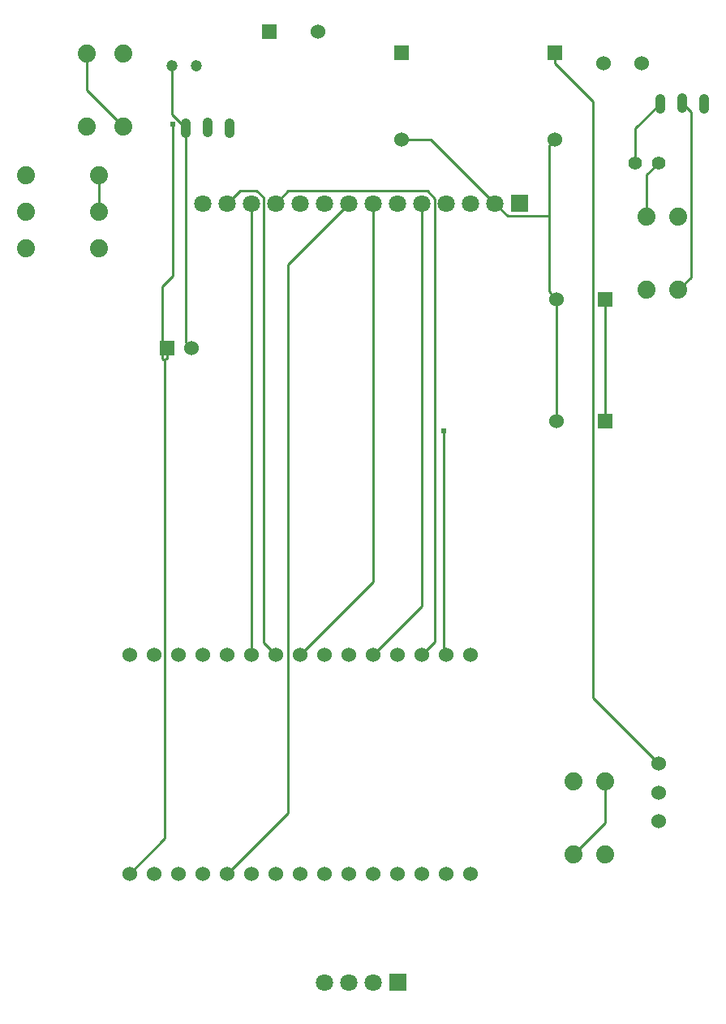
<source format=gtl>
G04 Layer: TopLayer*
G04 EasyEDA v6.2.34, 2019-08-10T09:13:35--4:00*
G04 cec1feb412d9436ebb02216d70db0232,603e5982b1a64880906022400fb7a34d,10*
G04 Gerber Generator version 0.2*
G04 Scale: 100 percent, Rotated: No, Reflected: No *
G04 Dimensions in millimeters *
G04 leading zeros omitted , absolute positions ,3 integer and 3 decimal *
%FSLAX33Y33*%
%MOMM*%
G90*
G71D02*

%ADD11C,0.259994*%
%ADD12C,0.610006*%
%ADD13R,1.524000X1.524000*%
%ADD14C,1.524000*%
%ADD15C,1.799996*%
%ADD17C,1.879600*%
%ADD18C,1.193800*%
%ADD19C,1.400048*%
%ADD20C,0.999998*%

%LPD*%
G54D11*
G01X17272Y82915D02*
G01X17272Y81841D01*
G01X17018Y81722D02*
G01X16840Y81722D01*
G01X16764Y81798D01*
G01X16764Y89357D01*
G01X17861Y90457D01*
G01X17861Y106311D01*
G01X17272Y81841D02*
G01X17137Y81841D01*
G01X17018Y81722D01*
G01X17018Y81722D02*
G01X17018Y31734D01*
G01X13332Y28049D01*
G01X62992Y87995D02*
G01X62992Y75295D01*
G01X46108Y74249D02*
G01X46108Y51153D01*
G01X46352Y50909D01*
G01X41706Y104699D02*
G01X44762Y104699D01*
G01X51460Y98001D01*
G01X57116Y96667D02*
G01X57116Y104109D01*
G01X57706Y104699D01*
G01X57912Y87995D02*
G01X57116Y88791D01*
G01X57116Y96667D01*
G01X57116Y96667D02*
G01X52791Y96667D01*
G01X51460Y98001D01*
G01X19177Y105877D02*
G01X17780Y107274D01*
G01X17780Y112379D01*
G01X19812Y82915D02*
G01X19177Y83550D01*
G01X19177Y105877D01*
G01X68707Y108417D02*
G01X66111Y105821D01*
G01X66111Y102217D01*
G01X57912Y75295D02*
G01X57912Y87995D01*
G01X23492Y28049D02*
G01X29842Y34399D01*
G01X29842Y91623D01*
G01X36220Y98001D01*
G01X38760Y98001D02*
G01X38760Y58557D01*
G01X31112Y50909D01*
G01X26060Y98001D02*
G01X26032Y97973D01*
G01X26032Y50909D01*
G01X10160Y100949D02*
G01X10160Y97139D01*
G01X57706Y113698D02*
G01X57706Y112623D01*
G01X68580Y39530D02*
G01X61696Y46413D01*
G01X61696Y108633D01*
G01X57706Y112623D01*
G01X43840Y98001D02*
G01X43840Y56017D01*
G01X38732Y50909D01*
G01X23520Y98001D02*
G01X24886Y99365D01*
G01X26591Y99365D01*
G01X27302Y98653D01*
G01X27302Y52179D01*
G01X28572Y50909D01*
G01X28600Y98001D02*
G01X29888Y99286D01*
G01X44394Y99286D01*
G01X45168Y98514D01*
G01X45168Y52263D01*
G01X43812Y50909D01*
G01X12700Y106029D02*
G01X8890Y109839D01*
G01X8890Y113649D01*
G01X59690Y30083D02*
G01X62992Y33385D01*
G01X62992Y37703D01*
G01X67310Y96631D02*
G01X67310Y101013D01*
G01X68513Y102217D01*
G01X70612Y89011D02*
G01X71897Y90297D01*
G01X71897Y107538D01*
G01X70993Y108442D01*
G54D13*
G01X57706Y113697D03*
G54D14*
G01X57706Y104698D03*
G54D13*
G01X41706Y113697D03*
G54D14*
G01X41706Y104698D03*
G01X13335Y50911D03*
G01X15872Y50909D03*
G01X18412Y50909D03*
G01X20952Y50909D03*
G01X23492Y50909D03*
G01X26032Y50909D03*
G01X28572Y50909D03*
G01X31112Y50909D03*
G01X33652Y50909D03*
G01X36192Y50909D03*
G01X38732Y50909D03*
G01X41272Y50909D03*
G01X43812Y50909D03*
G01X46352Y50909D03*
G01X48892Y50909D03*
G01X48892Y28049D03*
G01X46352Y28049D03*
G01X43812Y28049D03*
G01X41272Y28049D03*
G01X38732Y28049D03*
G01X36192Y28049D03*
G01X33652Y28049D03*
G01X31112Y28049D03*
G01X28572Y28049D03*
G01X26032Y28049D03*
G01X23492Y28049D03*
G01X20952Y28049D03*
G01X18412Y28049D03*
G01X15872Y28049D03*
G01X13332Y28049D03*
G54D13*
G01X17272Y82915D03*
G54D14*
G01X19812Y82915D03*
G54D13*
G01X62992Y75295D03*
G54D14*
G01X57912Y75295D03*
G54D13*
G01X62992Y87995D03*
G54D14*
G01X57912Y87995D03*
G54D15*
G01X20979Y98000D03*
G01X23519Y98000D03*
G01X26059Y98000D03*
G01X28599Y98000D03*
G01X31139Y98000D03*
G01X33679Y98000D03*
G01X36219Y98000D03*
G01X38759Y98000D03*
G01X41299Y98000D03*
G01X43839Y98000D03*
G01X46379Y98000D03*
G01X48919Y98000D03*
G01X51459Y98000D03*
G36*
G01X54899Y97099D02*
G01X53099Y97099D01*
G01X53099Y98899D01*
G01X54899Y98899D01*
G01X54899Y97099D01*
G37*
G01X33679Y16720D03*
G01X36219Y16720D03*
G01X38759Y16720D03*
G36*
G01X42199Y15819D02*
G01X40399Y15819D01*
G01X40399Y17619D01*
G01X42199Y17619D01*
G01X42199Y15819D01*
G37*
G54D13*
G01X27940Y115935D03*
G54D14*
G01X33020Y115935D03*
G54D17*
G01X8890Y106029D03*
G01X8890Y113649D03*
G01X12700Y106029D03*
G01X12700Y113649D03*
G01X62992Y30083D03*
G01X62992Y37703D03*
G01X59690Y30083D03*
G01X59690Y37703D03*
G54D18*
G01X17780Y112379D03*
G01X20320Y112379D03*
G54D17*
G01X2540Y100949D03*
G01X10160Y100949D03*
G01X2540Y97139D03*
G01X10160Y97139D03*
G01X2540Y93329D03*
G01X10160Y93329D03*
G54D14*
G01X62771Y112633D03*
G01X66768Y112633D03*
G54D19*
G01X68513Y102217D03*
G01X66111Y102217D03*
G54D17*
G01X67310Y89011D03*
G01X67310Y96631D03*
G54D14*
G01X68580Y39529D03*
G01X68580Y36530D03*
G01X68580Y33530D03*
G54D17*
G01X70612Y96631D03*
G01X70612Y89011D03*
G54D12*
G01X17861Y106311D03*
G01X46108Y74249D03*
G54D20*
G01X19177Y106377D02*
G01X19177Y105377D01*
G01X21463Y106402D02*
G01X21463Y105402D01*
G01X23723Y106377D02*
G01X23723Y105377D01*
G01X68707Y108917D02*
G01X68707Y107917D01*
G01X70993Y108942D02*
G01X70993Y107942D01*
G01X73253Y108917D02*
G01X73253Y107917D01*
M00*
M02*

</source>
